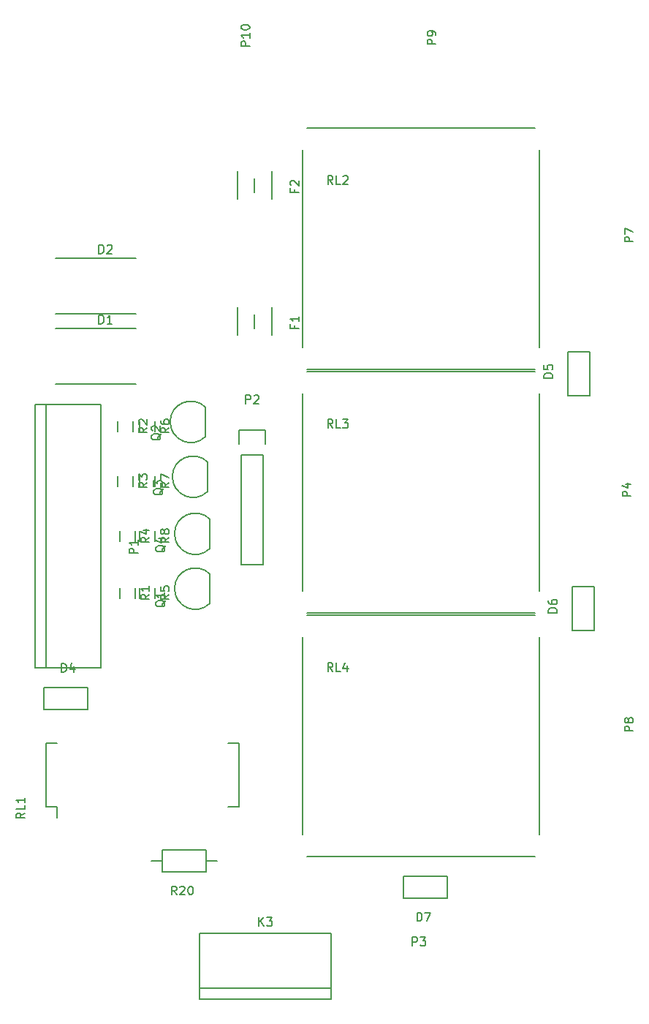
<source format=gbr>
G04 #@! TF.FileFunction,Legend,Top*
%FSLAX46Y46*%
G04 Gerber Fmt 4.6, Leading zero omitted, Abs format (unit mm)*
G04 Created by KiCad (PCBNEW 4.0.6) date Sunday, 01 August 2021 'PMt' 19:11:18*
%MOMM*%
%LPD*%
G01*
G04 APERTURE LIST*
%ADD10C,0.100000*%
%ADD11C,0.150000*%
G04 APERTURE END LIST*
D10*
D11*
X16832000Y76493000D02*
X7532000Y76493000D01*
X7532000Y82893000D02*
X16832000Y82893000D01*
X6220000Y41339000D02*
X11300000Y41339000D01*
X11300000Y41339000D02*
X11300000Y38799000D01*
X11300000Y38799000D02*
X6220000Y38799000D01*
X6220000Y38799000D02*
X6220000Y41339000D01*
X66926000Y75121000D02*
X66926000Y80201000D01*
X66926000Y80201000D02*
X69466000Y80201000D01*
X69466000Y80201000D02*
X69466000Y75121000D01*
X69466000Y75121000D02*
X66926000Y75121000D01*
X67434000Y47943000D02*
X67434000Y53023000D01*
X67434000Y53023000D02*
X69974000Y53023000D01*
X69974000Y53023000D02*
X69974000Y47943000D01*
X69974000Y47943000D02*
X67434000Y47943000D01*
X52956000Y16955000D02*
X47876000Y16955000D01*
X47876000Y16955000D02*
X47876000Y19495000D01*
X47876000Y19495000D02*
X52956000Y19495000D01*
X52956000Y19495000D02*
X52956000Y16955000D01*
X30604000Y84507000D02*
X30604000Y82907000D01*
X28604000Y82157000D02*
X28604000Y85357000D01*
X32604000Y85357000D02*
X32604000Y82157000D01*
X25446000Y51069000D02*
X25446000Y54469000D01*
X25443056Y51071944D02*
G75*
G02X21346000Y52769000I-1697056J1697056D01*
G01*
X25443056Y54466056D02*
G75*
G03X21346000Y52769000I-1697056J-1697056D01*
G01*
X24938000Y70373000D02*
X24938000Y73773000D01*
X24935056Y70375944D02*
G75*
G02X20838000Y72073000I-1697056J1697056D01*
G01*
X24935056Y73770056D02*
G75*
G03X20838000Y72073000I-1697056J-1697056D01*
G01*
X25192000Y64023000D02*
X25192000Y67423000D01*
X25189056Y64025944D02*
G75*
G02X21092000Y65723000I-1697056J1697056D01*
G01*
X25189056Y67420056D02*
G75*
G03X21092000Y65723000I-1697056J-1697056D01*
G01*
X25446000Y57419000D02*
X25446000Y60819000D01*
X25443056Y57421944D02*
G75*
G02X21346000Y59119000I-1697056J1697056D01*
G01*
X25443056Y60816056D02*
G75*
G03X21346000Y59119000I-1697056J-1697056D01*
G01*
X14997000Y51661000D02*
X14997000Y52861000D01*
X16747000Y52861000D02*
X16747000Y51661000D01*
X14743000Y70965000D02*
X14743000Y72165000D01*
X16493000Y72165000D02*
X16493000Y70965000D01*
X14743000Y64615000D02*
X14743000Y65815000D01*
X16493000Y65815000D02*
X16493000Y64615000D01*
X14997000Y58265000D02*
X14997000Y59465000D01*
X16747000Y59465000D02*
X16747000Y58265000D01*
X17283000Y51661000D02*
X17283000Y52861000D01*
X19033000Y52861000D02*
X19033000Y51661000D01*
X17283000Y70965000D02*
X17283000Y72165000D01*
X19033000Y72165000D02*
X19033000Y70965000D01*
X17283000Y64615000D02*
X17283000Y65815000D01*
X19033000Y65815000D02*
X19033000Y64615000D01*
X17283000Y58265000D02*
X17283000Y59465000D01*
X19033000Y59465000D02*
X19033000Y58265000D01*
X6465000Y27504000D02*
X7735000Y27504000D01*
X6465000Y34854000D02*
X7735000Y34854000D01*
X28835000Y34854000D02*
X27565000Y34854000D01*
X28835000Y27504000D02*
X27565000Y27504000D01*
X6465000Y27504000D02*
X6465000Y34854000D01*
X28835000Y27504000D02*
X28835000Y34854000D01*
X7735000Y27504000D02*
X7735000Y26219000D01*
X16832000Y84621000D02*
X7532000Y84621000D01*
X7532000Y91021000D02*
X16832000Y91021000D01*
X30604000Y100255000D02*
X30604000Y98655000D01*
X28604000Y97905000D02*
X28604000Y101105000D01*
X32604000Y101105000D02*
X32604000Y97905000D01*
X25016000Y20003000D02*
X19936000Y20003000D01*
X19936000Y20003000D02*
X19936000Y22543000D01*
X19936000Y22543000D02*
X25016000Y22543000D01*
X25016000Y22543000D02*
X25016000Y20003000D01*
X25016000Y21273000D02*
X26286000Y21273000D01*
X19936000Y21273000D02*
X18666000Y21273000D01*
X36192000Y103569000D02*
X36192000Y80709000D01*
X36700000Y78169000D02*
X63116000Y78169000D01*
X63624000Y80709000D02*
X63624000Y103569000D01*
X63116000Y106109000D02*
X36700000Y106109000D01*
X36192000Y75375000D02*
X36192000Y52515000D01*
X36700000Y49975000D02*
X63116000Y49975000D01*
X63624000Y52515000D02*
X63624000Y75375000D01*
X63116000Y77915000D02*
X36700000Y77915000D01*
X36192000Y47181000D02*
X36192000Y24321000D01*
X36700000Y21781000D02*
X63116000Y21781000D01*
X63624000Y24321000D02*
X63624000Y47181000D01*
X63116000Y49721000D02*
X36700000Y49721000D01*
X24254000Y5271000D02*
X24254000Y12891000D01*
X39494000Y5271000D02*
X39494000Y12891000D01*
X24254000Y6541000D02*
X39494000Y6541000D01*
X24254000Y12891000D02*
X39494000Y12891000D01*
X24254000Y5271000D02*
X39494000Y5271000D01*
X12824000Y74105000D02*
X5204000Y74105000D01*
X5204000Y43625000D02*
X12824000Y43625000D01*
X6474000Y74105000D02*
X6474000Y43625000D01*
X12824000Y74105000D02*
X12824000Y43625000D01*
X5204000Y74105000D02*
X5204000Y43625000D01*
X31620000Y68263000D02*
X31620000Y55563000D01*
X31620000Y55563000D02*
X29080000Y55563000D01*
X29080000Y55563000D02*
X29080000Y68263000D01*
X31900000Y71083000D02*
X31900000Y69533000D01*
X31620000Y68263000D02*
X29080000Y68263000D01*
X28800000Y69533000D02*
X28800000Y71083000D01*
X28800000Y71083000D02*
X31900000Y71083000D01*
X12593905Y83440619D02*
X12593905Y84440619D01*
X12832000Y84440619D01*
X12974858Y84393000D01*
X13070096Y84297762D01*
X13117715Y84202524D01*
X13165334Y84012048D01*
X13165334Y83869190D01*
X13117715Y83678714D01*
X13070096Y83583476D01*
X12974858Y83488238D01*
X12832000Y83440619D01*
X12593905Y83440619D01*
X14117715Y83440619D02*
X13546286Y83440619D01*
X13832000Y83440619D02*
X13832000Y84440619D01*
X13736762Y84297762D01*
X13641524Y84202524D01*
X13546286Y84154905D01*
X8270825Y43116739D02*
X8270825Y44116739D01*
X8508920Y44116739D01*
X8651778Y44069120D01*
X8747016Y43973882D01*
X8794635Y43878644D01*
X8842254Y43688168D01*
X8842254Y43545310D01*
X8794635Y43354834D01*
X8747016Y43259596D01*
X8651778Y43164358D01*
X8508920Y43116739D01*
X8270825Y43116739D01*
X9699397Y43783406D02*
X9699397Y43116739D01*
X9461301Y44164358D02*
X9223206Y43450072D01*
X9842254Y43450072D01*
X65148261Y77171825D02*
X64148261Y77171825D01*
X64148261Y77409920D01*
X64195880Y77552778D01*
X64291118Y77648016D01*
X64386356Y77695635D01*
X64576832Y77743254D01*
X64719690Y77743254D01*
X64910166Y77695635D01*
X65005404Y77648016D01*
X65100642Y77552778D01*
X65148261Y77409920D01*
X65148261Y77171825D01*
X64148261Y78648016D02*
X64148261Y78171825D01*
X64624451Y78124206D01*
X64576832Y78171825D01*
X64529213Y78267063D01*
X64529213Y78505159D01*
X64576832Y78600397D01*
X64624451Y78648016D01*
X64719690Y78695635D01*
X64957785Y78695635D01*
X65053023Y78648016D01*
X65100642Y78600397D01*
X65148261Y78505159D01*
X65148261Y78267063D01*
X65100642Y78171825D01*
X65053023Y78124206D01*
X65656261Y49993825D02*
X64656261Y49993825D01*
X64656261Y50231920D01*
X64703880Y50374778D01*
X64799118Y50470016D01*
X64894356Y50517635D01*
X65084832Y50565254D01*
X65227690Y50565254D01*
X65418166Y50517635D01*
X65513404Y50470016D01*
X65608642Y50374778D01*
X65656261Y50231920D01*
X65656261Y49993825D01*
X64656261Y51422397D02*
X64656261Y51231920D01*
X64703880Y51136682D01*
X64751499Y51089063D01*
X64894356Y50993825D01*
X65084832Y50946206D01*
X65465785Y50946206D01*
X65561023Y50993825D01*
X65608642Y51041444D01*
X65656261Y51136682D01*
X65656261Y51327159D01*
X65608642Y51422397D01*
X65561023Y51470016D01*
X65465785Y51517635D01*
X65227690Y51517635D01*
X65132451Y51470016D01*
X65084832Y51422397D01*
X65037213Y51327159D01*
X65037213Y51136682D01*
X65084832Y51041444D01*
X65132451Y50993825D01*
X65227690Y50946206D01*
X49428985Y14272499D02*
X49428985Y15272499D01*
X49667080Y15272499D01*
X49809938Y15224880D01*
X49905176Y15129642D01*
X49952795Y15034404D01*
X50000414Y14843928D01*
X50000414Y14701070D01*
X49952795Y14510594D01*
X49905176Y14415356D01*
X49809938Y14320118D01*
X49667080Y14272499D01*
X49428985Y14272499D01*
X50333747Y15272499D02*
X51000414Y15272499D01*
X50571842Y14272499D01*
X35232571Y83223667D02*
X35232571Y82890333D01*
X35756381Y82890333D02*
X34756381Y82890333D01*
X34756381Y83366524D01*
X35756381Y84271286D02*
X35756381Y83699857D01*
X35756381Y83985571D02*
X34756381Y83985571D01*
X34899238Y83890333D01*
X34994476Y83795095D01*
X35042095Y83699857D01*
X20293619Y51403762D02*
X20246000Y51308524D01*
X20150762Y51213286D01*
X20007905Y51070429D01*
X19960286Y50975190D01*
X19960286Y50879952D01*
X20198381Y50927571D02*
X20150762Y50832333D01*
X20055524Y50737095D01*
X19865048Y50689476D01*
X19531714Y50689476D01*
X19341238Y50737095D01*
X19246000Y50832333D01*
X19198381Y50927571D01*
X19198381Y51118048D01*
X19246000Y51213286D01*
X19341238Y51308524D01*
X19531714Y51356143D01*
X19865048Y51356143D01*
X20055524Y51308524D01*
X20150762Y51213286D01*
X20198381Y51118048D01*
X20198381Y50927571D01*
X20198381Y52308524D02*
X20198381Y51737095D01*
X20198381Y52022809D02*
X19198381Y52022809D01*
X19341238Y51927571D01*
X19436476Y51832333D01*
X19484095Y51737095D01*
X19785619Y70707762D02*
X19738000Y70612524D01*
X19642762Y70517286D01*
X19499905Y70374429D01*
X19452286Y70279190D01*
X19452286Y70183952D01*
X19690381Y70231571D02*
X19642762Y70136333D01*
X19547524Y70041095D01*
X19357048Y69993476D01*
X19023714Y69993476D01*
X18833238Y70041095D01*
X18738000Y70136333D01*
X18690381Y70231571D01*
X18690381Y70422048D01*
X18738000Y70517286D01*
X18833238Y70612524D01*
X19023714Y70660143D01*
X19357048Y70660143D01*
X19547524Y70612524D01*
X19642762Y70517286D01*
X19690381Y70422048D01*
X19690381Y70231571D01*
X18785619Y71041095D02*
X18738000Y71088714D01*
X18690381Y71183952D01*
X18690381Y71422048D01*
X18738000Y71517286D01*
X18785619Y71564905D01*
X18880857Y71612524D01*
X18976095Y71612524D01*
X19118952Y71564905D01*
X19690381Y70993476D01*
X19690381Y71612524D01*
X20039619Y64357762D02*
X19992000Y64262524D01*
X19896762Y64167286D01*
X19753905Y64024429D01*
X19706286Y63929190D01*
X19706286Y63833952D01*
X19944381Y63881571D02*
X19896762Y63786333D01*
X19801524Y63691095D01*
X19611048Y63643476D01*
X19277714Y63643476D01*
X19087238Y63691095D01*
X18992000Y63786333D01*
X18944381Y63881571D01*
X18944381Y64072048D01*
X18992000Y64167286D01*
X19087238Y64262524D01*
X19277714Y64310143D01*
X19611048Y64310143D01*
X19801524Y64262524D01*
X19896762Y64167286D01*
X19944381Y64072048D01*
X19944381Y63881571D01*
X18944381Y64643476D02*
X18944381Y65262524D01*
X19325333Y64929190D01*
X19325333Y65072048D01*
X19372952Y65167286D01*
X19420571Y65214905D01*
X19515810Y65262524D01*
X19753905Y65262524D01*
X19849143Y65214905D01*
X19896762Y65167286D01*
X19944381Y65072048D01*
X19944381Y64786333D01*
X19896762Y64691095D01*
X19849143Y64643476D01*
X20293619Y57753762D02*
X20246000Y57658524D01*
X20150762Y57563286D01*
X20007905Y57420429D01*
X19960286Y57325190D01*
X19960286Y57229952D01*
X20198381Y57277571D02*
X20150762Y57182333D01*
X20055524Y57087095D01*
X19865048Y57039476D01*
X19531714Y57039476D01*
X19341238Y57087095D01*
X19246000Y57182333D01*
X19198381Y57277571D01*
X19198381Y57468048D01*
X19246000Y57563286D01*
X19341238Y57658524D01*
X19531714Y57706143D01*
X19865048Y57706143D01*
X20055524Y57658524D01*
X20150762Y57563286D01*
X20198381Y57468048D01*
X20198381Y57277571D01*
X19531714Y58563286D02*
X20198381Y58563286D01*
X19150762Y58325190D02*
X19865048Y58087095D01*
X19865048Y58706143D01*
X18424381Y52094334D02*
X17948190Y51761000D01*
X18424381Y51522905D02*
X17424381Y51522905D01*
X17424381Y51903858D01*
X17472000Y51999096D01*
X17519619Y52046715D01*
X17614857Y52094334D01*
X17757714Y52094334D01*
X17852952Y52046715D01*
X17900571Y51999096D01*
X17948190Y51903858D01*
X17948190Y51522905D01*
X18424381Y53046715D02*
X18424381Y52475286D01*
X18424381Y52761000D02*
X17424381Y52761000D01*
X17567238Y52665762D01*
X17662476Y52570524D01*
X17710095Y52475286D01*
X18170381Y71398334D02*
X17694190Y71065000D01*
X18170381Y70826905D02*
X17170381Y70826905D01*
X17170381Y71207858D01*
X17218000Y71303096D01*
X17265619Y71350715D01*
X17360857Y71398334D01*
X17503714Y71398334D01*
X17598952Y71350715D01*
X17646571Y71303096D01*
X17694190Y71207858D01*
X17694190Y70826905D01*
X17265619Y71779286D02*
X17218000Y71826905D01*
X17170381Y71922143D01*
X17170381Y72160239D01*
X17218000Y72255477D01*
X17265619Y72303096D01*
X17360857Y72350715D01*
X17456095Y72350715D01*
X17598952Y72303096D01*
X18170381Y71731667D01*
X18170381Y72350715D01*
X18170381Y65048334D02*
X17694190Y64715000D01*
X18170381Y64476905D02*
X17170381Y64476905D01*
X17170381Y64857858D01*
X17218000Y64953096D01*
X17265619Y65000715D01*
X17360857Y65048334D01*
X17503714Y65048334D01*
X17598952Y65000715D01*
X17646571Y64953096D01*
X17694190Y64857858D01*
X17694190Y64476905D01*
X17170381Y65381667D02*
X17170381Y66000715D01*
X17551333Y65667381D01*
X17551333Y65810239D01*
X17598952Y65905477D01*
X17646571Y65953096D01*
X17741810Y66000715D01*
X17979905Y66000715D01*
X18075143Y65953096D01*
X18122762Y65905477D01*
X18170381Y65810239D01*
X18170381Y65524524D01*
X18122762Y65429286D01*
X18075143Y65381667D01*
X18424381Y58698334D02*
X17948190Y58365000D01*
X18424381Y58126905D02*
X17424381Y58126905D01*
X17424381Y58507858D01*
X17472000Y58603096D01*
X17519619Y58650715D01*
X17614857Y58698334D01*
X17757714Y58698334D01*
X17852952Y58650715D01*
X17900571Y58603096D01*
X17948190Y58507858D01*
X17948190Y58126905D01*
X17757714Y59555477D02*
X18424381Y59555477D01*
X17376762Y59317381D02*
X18091048Y59079286D01*
X18091048Y59698334D01*
X20710381Y52094334D02*
X20234190Y51761000D01*
X20710381Y51522905D02*
X19710381Y51522905D01*
X19710381Y51903858D01*
X19758000Y51999096D01*
X19805619Y52046715D01*
X19900857Y52094334D01*
X20043714Y52094334D01*
X20138952Y52046715D01*
X20186571Y51999096D01*
X20234190Y51903858D01*
X20234190Y51522905D01*
X19710381Y52999096D02*
X19710381Y52522905D01*
X20186571Y52475286D01*
X20138952Y52522905D01*
X20091333Y52618143D01*
X20091333Y52856239D01*
X20138952Y52951477D01*
X20186571Y52999096D01*
X20281810Y53046715D01*
X20519905Y53046715D01*
X20615143Y52999096D01*
X20662762Y52951477D01*
X20710381Y52856239D01*
X20710381Y52618143D01*
X20662762Y52522905D01*
X20615143Y52475286D01*
X20710381Y71398334D02*
X20234190Y71065000D01*
X20710381Y70826905D02*
X19710381Y70826905D01*
X19710381Y71207858D01*
X19758000Y71303096D01*
X19805619Y71350715D01*
X19900857Y71398334D01*
X20043714Y71398334D01*
X20138952Y71350715D01*
X20186571Y71303096D01*
X20234190Y71207858D01*
X20234190Y70826905D01*
X19710381Y72255477D02*
X19710381Y72065000D01*
X19758000Y71969762D01*
X19805619Y71922143D01*
X19948476Y71826905D01*
X20138952Y71779286D01*
X20519905Y71779286D01*
X20615143Y71826905D01*
X20662762Y71874524D01*
X20710381Y71969762D01*
X20710381Y72160239D01*
X20662762Y72255477D01*
X20615143Y72303096D01*
X20519905Y72350715D01*
X20281810Y72350715D01*
X20186571Y72303096D01*
X20138952Y72255477D01*
X20091333Y72160239D01*
X20091333Y71969762D01*
X20138952Y71874524D01*
X20186571Y71826905D01*
X20281810Y71779286D01*
X20710381Y65048334D02*
X20234190Y64715000D01*
X20710381Y64476905D02*
X19710381Y64476905D01*
X19710381Y64857858D01*
X19758000Y64953096D01*
X19805619Y65000715D01*
X19900857Y65048334D01*
X20043714Y65048334D01*
X20138952Y65000715D01*
X20186571Y64953096D01*
X20234190Y64857858D01*
X20234190Y64476905D01*
X19710381Y65381667D02*
X19710381Y66048334D01*
X20710381Y65619762D01*
X20710381Y58698334D02*
X20234190Y58365000D01*
X20710381Y58126905D02*
X19710381Y58126905D01*
X19710381Y58507858D01*
X19758000Y58603096D01*
X19805619Y58650715D01*
X19900857Y58698334D01*
X20043714Y58698334D01*
X20138952Y58650715D01*
X20186571Y58603096D01*
X20234190Y58507858D01*
X20234190Y58126905D01*
X20138952Y59269762D02*
X20091333Y59174524D01*
X20043714Y59126905D01*
X19948476Y59079286D01*
X19900857Y59079286D01*
X19805619Y59126905D01*
X19758000Y59174524D01*
X19710381Y59269762D01*
X19710381Y59460239D01*
X19758000Y59555477D01*
X19805619Y59603096D01*
X19900857Y59650715D01*
X19948476Y59650715D01*
X20043714Y59603096D01*
X20091333Y59555477D01*
X20138952Y59460239D01*
X20138952Y59269762D01*
X20186571Y59174524D01*
X20234190Y59126905D01*
X20329429Y59079286D01*
X20519905Y59079286D01*
X20615143Y59126905D01*
X20662762Y59174524D01*
X20710381Y59269762D01*
X20710381Y59460239D01*
X20662762Y59555477D01*
X20615143Y59603096D01*
X20519905Y59650715D01*
X20329429Y59650715D01*
X20234190Y59603096D01*
X20186571Y59555477D01*
X20138952Y59460239D01*
X3992381Y26797572D02*
X3516190Y26464238D01*
X3992381Y26226143D02*
X2992381Y26226143D01*
X2992381Y26607096D01*
X3040000Y26702334D01*
X3087619Y26749953D01*
X3182857Y26797572D01*
X3325714Y26797572D01*
X3420952Y26749953D01*
X3468571Y26702334D01*
X3516190Y26607096D01*
X3516190Y26226143D01*
X3992381Y27702334D02*
X3992381Y27226143D01*
X2992381Y27226143D01*
X3992381Y28559477D02*
X3992381Y27988048D01*
X3992381Y28273762D02*
X2992381Y28273762D01*
X3135238Y28178524D01*
X3230476Y28083286D01*
X3278095Y27988048D01*
X12593905Y91568619D02*
X12593905Y92568619D01*
X12832000Y92568619D01*
X12974858Y92521000D01*
X13070096Y92425762D01*
X13117715Y92330524D01*
X13165334Y92140048D01*
X13165334Y91997190D01*
X13117715Y91806714D01*
X13070096Y91711476D01*
X12974858Y91616238D01*
X12832000Y91568619D01*
X12593905Y91568619D01*
X13546286Y92473381D02*
X13593905Y92521000D01*
X13689143Y92568619D01*
X13927239Y92568619D01*
X14022477Y92521000D01*
X14070096Y92473381D01*
X14117715Y92378143D01*
X14117715Y92282905D01*
X14070096Y92140048D01*
X13498667Y91568619D01*
X14117715Y91568619D01*
X35232571Y98971667D02*
X35232571Y98638333D01*
X35756381Y98638333D02*
X34756381Y98638333D01*
X34756381Y99114524D01*
X34851619Y99447857D02*
X34804000Y99495476D01*
X34756381Y99590714D01*
X34756381Y99828810D01*
X34804000Y99924048D01*
X34851619Y99971667D01*
X34946857Y100019286D01*
X35042095Y100019286D01*
X35184952Y99971667D01*
X35756381Y99400238D01*
X35756381Y100019286D01*
X21584223Y17320499D02*
X21250889Y17796690D01*
X21012794Y17320499D02*
X21012794Y18320499D01*
X21393747Y18320499D01*
X21488985Y18272880D01*
X21536604Y18225261D01*
X21584223Y18130023D01*
X21584223Y17987166D01*
X21536604Y17891928D01*
X21488985Y17844309D01*
X21393747Y17796690D01*
X21012794Y17796690D01*
X21965175Y18225261D02*
X22012794Y18272880D01*
X22108032Y18320499D01*
X22346128Y18320499D01*
X22441366Y18272880D01*
X22488985Y18225261D01*
X22536604Y18130023D01*
X22536604Y18034785D01*
X22488985Y17891928D01*
X21917556Y17320499D01*
X22536604Y17320499D01*
X23155651Y18320499D02*
X23250890Y18320499D01*
X23346128Y18272880D01*
X23393747Y18225261D01*
X23441366Y18130023D01*
X23488985Y17939547D01*
X23488985Y17701451D01*
X23441366Y17510975D01*
X23393747Y17415737D01*
X23346128Y17368118D01*
X23250890Y17320499D01*
X23155651Y17320499D01*
X23060413Y17368118D01*
X23012794Y17415737D01*
X22965175Y17510975D01*
X22917556Y17701451D01*
X22917556Y17939547D01*
X22965175Y18130023D01*
X23012794Y18225261D01*
X23060413Y18272880D01*
X23155651Y18320499D01*
X39684572Y99560619D02*
X39351238Y100036810D01*
X39113143Y99560619D02*
X39113143Y100560619D01*
X39494096Y100560619D01*
X39589334Y100513000D01*
X39636953Y100465381D01*
X39684572Y100370143D01*
X39684572Y100227286D01*
X39636953Y100132048D01*
X39589334Y100084429D01*
X39494096Y100036810D01*
X39113143Y100036810D01*
X40589334Y99560619D02*
X40113143Y99560619D01*
X40113143Y100560619D01*
X40875048Y100465381D02*
X40922667Y100513000D01*
X41017905Y100560619D01*
X41256001Y100560619D01*
X41351239Y100513000D01*
X41398858Y100465381D01*
X41446477Y100370143D01*
X41446477Y100274905D01*
X41398858Y100132048D01*
X40827429Y99560619D01*
X41446477Y99560619D01*
X39684572Y71366619D02*
X39351238Y71842810D01*
X39113143Y71366619D02*
X39113143Y72366619D01*
X39494096Y72366619D01*
X39589334Y72319000D01*
X39636953Y72271381D01*
X39684572Y72176143D01*
X39684572Y72033286D01*
X39636953Y71938048D01*
X39589334Y71890429D01*
X39494096Y71842810D01*
X39113143Y71842810D01*
X40589334Y71366619D02*
X40113143Y71366619D01*
X40113143Y72366619D01*
X40827429Y72366619D02*
X41446477Y72366619D01*
X41113143Y71985667D01*
X41256001Y71985667D01*
X41351239Y71938048D01*
X41398858Y71890429D01*
X41446477Y71795190D01*
X41446477Y71557095D01*
X41398858Y71461857D01*
X41351239Y71414238D01*
X41256001Y71366619D01*
X40970286Y71366619D01*
X40875048Y71414238D01*
X40827429Y71461857D01*
X39684572Y43172619D02*
X39351238Y43648810D01*
X39113143Y43172619D02*
X39113143Y44172619D01*
X39494096Y44172619D01*
X39589334Y44125000D01*
X39636953Y44077381D01*
X39684572Y43982143D01*
X39684572Y43839286D01*
X39636953Y43744048D01*
X39589334Y43696429D01*
X39494096Y43648810D01*
X39113143Y43648810D01*
X40589334Y43172619D02*
X40113143Y43172619D01*
X40113143Y44172619D01*
X41351239Y43839286D02*
X41351239Y43172619D01*
X41113143Y44220238D02*
X40875048Y43505952D01*
X41494096Y43505952D01*
X31135905Y13708619D02*
X31135905Y14708619D01*
X31707334Y13708619D02*
X31278762Y14280048D01*
X31707334Y14708619D02*
X31135905Y14137190D01*
X32040667Y14708619D02*
X32659715Y14708619D01*
X32326381Y14327667D01*
X32469239Y14327667D01*
X32564477Y14280048D01*
X32612096Y14232429D01*
X32659715Y14137190D01*
X32659715Y13899095D01*
X32612096Y13803857D01*
X32564477Y13756238D01*
X32469239Y13708619D01*
X32183524Y13708619D01*
X32088286Y13756238D01*
X32040667Y13803857D01*
X17086381Y56856905D02*
X16086381Y56856905D01*
X16086381Y57237858D01*
X16134000Y57333096D01*
X16181619Y57380715D01*
X16276857Y57428334D01*
X16419714Y57428334D01*
X16514952Y57380715D01*
X16562571Y57333096D01*
X16610190Y57237858D01*
X16610190Y56856905D01*
X17086381Y58380715D02*
X17086381Y57809286D01*
X17086381Y58095000D02*
X16086381Y58095000D01*
X16229238Y57999762D01*
X16324476Y57904524D01*
X16372095Y57809286D01*
X48915905Y11414619D02*
X48915905Y12414619D01*
X49296858Y12414619D01*
X49392096Y12367000D01*
X49439715Y12319381D01*
X49487334Y12224143D01*
X49487334Y12081286D01*
X49439715Y11986048D01*
X49392096Y11938429D01*
X49296858Y11890810D01*
X48915905Y11890810D01*
X49820667Y12414619D02*
X50439715Y12414619D01*
X50106381Y12033667D01*
X50249239Y12033667D01*
X50344477Y11986048D01*
X50392096Y11938429D01*
X50439715Y11843190D01*
X50439715Y11605095D01*
X50392096Y11509857D01*
X50344477Y11462238D01*
X50249239Y11414619D01*
X49963524Y11414619D01*
X49868286Y11462238D01*
X49820667Y11509857D01*
X74228381Y63460905D02*
X73228381Y63460905D01*
X73228381Y63841858D01*
X73276000Y63937096D01*
X73323619Y63984715D01*
X73418857Y64032334D01*
X73561714Y64032334D01*
X73656952Y63984715D01*
X73704571Y63937096D01*
X73752190Y63841858D01*
X73752190Y63460905D01*
X73561714Y64889477D02*
X74228381Y64889477D01*
X73180762Y64651381D02*
X73895048Y64413286D01*
X73895048Y65032334D01*
X74482381Y92924905D02*
X73482381Y92924905D01*
X73482381Y93305858D01*
X73530000Y93401096D01*
X73577619Y93448715D01*
X73672857Y93496334D01*
X73815714Y93496334D01*
X73910952Y93448715D01*
X73958571Y93401096D01*
X74006190Y93305858D01*
X74006190Y92924905D01*
X73482381Y93829667D02*
X73482381Y94496334D01*
X74482381Y94067762D01*
X74482381Y36282905D02*
X73482381Y36282905D01*
X73482381Y36663858D01*
X73530000Y36759096D01*
X73577619Y36806715D01*
X73672857Y36854334D01*
X73815714Y36854334D01*
X73910952Y36806715D01*
X73958571Y36759096D01*
X74006190Y36663858D01*
X74006190Y36282905D01*
X73910952Y37425762D02*
X73863333Y37330524D01*
X73815714Y37282905D01*
X73720476Y37235286D01*
X73672857Y37235286D01*
X73577619Y37282905D01*
X73530000Y37330524D01*
X73482381Y37425762D01*
X73482381Y37616239D01*
X73530000Y37711477D01*
X73577619Y37759096D01*
X73672857Y37806715D01*
X73720476Y37806715D01*
X73815714Y37759096D01*
X73863333Y37711477D01*
X73910952Y37616239D01*
X73910952Y37425762D01*
X73958571Y37330524D01*
X74006190Y37282905D01*
X74101429Y37235286D01*
X74291905Y37235286D01*
X74387143Y37282905D01*
X74434762Y37330524D01*
X74482381Y37425762D01*
X74482381Y37616239D01*
X74434762Y37711477D01*
X74387143Y37759096D01*
X74291905Y37806715D01*
X74101429Y37806715D01*
X74006190Y37759096D01*
X73958571Y37711477D01*
X73910952Y37616239D01*
X51622381Y115784905D02*
X50622381Y115784905D01*
X50622381Y116165858D01*
X50670000Y116261096D01*
X50717619Y116308715D01*
X50812857Y116356334D01*
X50955714Y116356334D01*
X51050952Y116308715D01*
X51098571Y116261096D01*
X51146190Y116165858D01*
X51146190Y115784905D01*
X51622381Y116832524D02*
X51622381Y117023000D01*
X51574762Y117118239D01*
X51527143Y117165858D01*
X51384286Y117261096D01*
X51193810Y117308715D01*
X50812857Y117308715D01*
X50717619Y117261096D01*
X50670000Y117213477D01*
X50622381Y117118239D01*
X50622381Y116927762D01*
X50670000Y116832524D01*
X50717619Y116784905D01*
X50812857Y116737286D01*
X51050952Y116737286D01*
X51146190Y116784905D01*
X51193810Y116832524D01*
X51241429Y116927762D01*
X51241429Y117118239D01*
X51193810Y117213477D01*
X51146190Y117261096D01*
X51050952Y117308715D01*
X30048381Y115562714D02*
X29048381Y115562714D01*
X29048381Y115943667D01*
X29096000Y116038905D01*
X29143619Y116086524D01*
X29238857Y116134143D01*
X29381714Y116134143D01*
X29476952Y116086524D01*
X29524571Y116038905D01*
X29572190Y115943667D01*
X29572190Y115562714D01*
X30048381Y117086524D02*
X30048381Y116515095D01*
X30048381Y116800809D02*
X29048381Y116800809D01*
X29191238Y116705571D01*
X29286476Y116610333D01*
X29334095Y116515095D01*
X29048381Y117705571D02*
X29048381Y117800810D01*
X29096000Y117896048D01*
X29143619Y117943667D01*
X29238857Y117991286D01*
X29429333Y118038905D01*
X29667429Y118038905D01*
X29857905Y117991286D01*
X29953143Y117943667D01*
X30000762Y117896048D01*
X30048381Y117800810D01*
X30048381Y117705571D01*
X30000762Y117610333D01*
X29953143Y117562714D01*
X29857905Y117515095D01*
X29667429Y117467476D01*
X29429333Y117467476D01*
X29238857Y117515095D01*
X29143619Y117562714D01*
X29096000Y117610333D01*
X29048381Y117705571D01*
X29611905Y74180619D02*
X29611905Y75180619D01*
X29992858Y75180619D01*
X30088096Y75133000D01*
X30135715Y75085381D01*
X30183334Y74990143D01*
X30183334Y74847286D01*
X30135715Y74752048D01*
X30088096Y74704429D01*
X29992858Y74656810D01*
X29611905Y74656810D01*
X30564286Y75085381D02*
X30611905Y75133000D01*
X30707143Y75180619D01*
X30945239Y75180619D01*
X31040477Y75133000D01*
X31088096Y75085381D01*
X31135715Y74990143D01*
X31135715Y74894905D01*
X31088096Y74752048D01*
X30516667Y74180619D01*
X31135715Y74180619D01*
M02*

</source>
